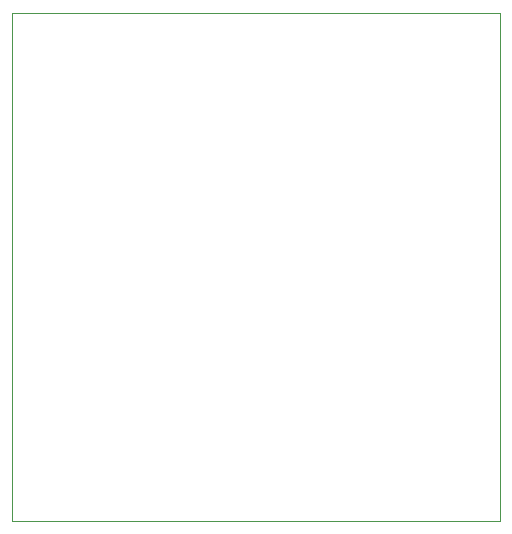
<source format=gko>
G04 ===== Begin FILE IDENTIFICATION =====*
G04 File Format:  Gerber RS274X*
G04 ===== End FILE IDENTIFICATION =====*
%FSLAX24Y24*%
%MOIN*%
%SFA1.0000B1.0000*%
%OFA0.0B0.0*%
%ADD14C,0.000025*%
%LNbound*%
%IPPOS*%
%LPD*%
G75*
D14*
G01X-11100Y7550D02*
G01X5150D01*
G01Y-9400D01*
G01X-11100D01*
G01Y7550D01*
M02*


</source>
